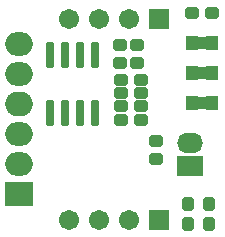
<source format=gbs>
G04*
G04 #@! TF.GenerationSoftware,Altium Limited,Altium Designer,21.9.2 (33)*
G04*
G04 Layer_Color=16711935*
%FSLAX44Y44*%
%MOMM*%
G71*
G04*
G04 #@! TF.SameCoordinates,8D6B135D-26D1-4348-B727-2CCB693FEEA9*
G04*
G04*
G04 #@! TF.FilePolarity,Negative*
G04*
G01*
G75*
G04:AMPARAMS|DCode=27|XSize=1.0032mm|YSize=1.1032mm|CornerRadius=0.1616mm|HoleSize=0mm|Usage=FLASHONLY|Rotation=270.000|XOffset=0mm|YOffset=0mm|HoleType=Round|Shape=RoundedRectangle|*
%AMROUNDEDRECTD27*
21,1,1.0032,0.7800,0,0,270.0*
21,1,0.6800,1.1032,0,0,270.0*
1,1,0.3232,-0.3900,-0.3400*
1,1,0.3232,-0.3900,0.3400*
1,1,0.3232,0.3900,0.3400*
1,1,0.3232,0.3900,-0.3400*
%
%ADD27ROUNDEDRECTD27*%
%ADD31R,1.1032X1.2032*%
%ADD36C,1.7032*%
%ADD37R,1.7032X1.7032*%
%ADD38O,2.3368X2.0828*%
%ADD39O,2.3368X2.0320*%
%ADD40R,2.3368X2.0320*%
%ADD41O,2.2032X1.7032*%
%ADD42R,2.2032X1.7032*%
G04:AMPARAMS|DCode=60|XSize=0.7366mm|YSize=2.1844mm|CornerRadius=0.1683mm|HoleSize=0mm|Usage=FLASHONLY|Rotation=180.000|XOffset=0mm|YOffset=0mm|HoleType=Round|Shape=RoundedRectangle|*
%AMROUNDEDRECTD60*
21,1,0.7366,1.8479,0,0,180.0*
21,1,0.4001,2.1844,0,0,180.0*
1,1,0.3366,-0.2000,0.9239*
1,1,0.3366,0.2000,0.9239*
1,1,0.3366,0.2000,-0.9239*
1,1,0.3366,-0.2000,-0.9239*
%
%ADD60ROUNDEDRECTD60*%
G04:AMPARAMS|DCode=61|XSize=1.1032mm|YSize=1.0032mm|CornerRadius=0.1616mm|HoleSize=0mm|Usage=FLASHONLY|Rotation=0.000|XOffset=0mm|YOffset=0mm|HoleType=Round|Shape=RoundedRectangle|*
%AMROUNDEDRECTD61*
21,1,1.1032,0.6800,0,0,0.0*
21,1,0.7800,1.0032,0,0,0.0*
1,1,0.3232,0.3900,-0.3400*
1,1,0.3232,-0.3900,-0.3400*
1,1,0.3232,-0.3900,0.3400*
1,1,0.3232,0.3900,0.3400*
%
%ADD61ROUNDEDRECTD61*%
G04:AMPARAMS|DCode=62|XSize=1.1032mm|YSize=1.0032mm|CornerRadius=0.1616mm|HoleSize=0mm|Usage=FLASHONLY|Rotation=90.000|XOffset=0mm|YOffset=0mm|HoleType=Round|Shape=RoundedRectangle|*
%AMROUNDEDRECTD62*
21,1,1.1032,0.6800,0,0,90.0*
21,1,0.7800,1.0032,0,0,90.0*
1,1,0.3232,0.3400,0.3900*
1,1,0.3232,0.3400,-0.3900*
1,1,0.3232,-0.3400,-0.3900*
1,1,0.3232,-0.3400,0.3900*
%
%ADD62ROUNDEDRECTD62*%
G36*
X175002Y108800D02*
X185002D01*
Y118800D01*
X175002D01*
Y108800D01*
D02*
G37*
G36*
Y134200D02*
X185002D01*
Y144200D01*
X175002D01*
Y134200D01*
D02*
G37*
G36*
Y159600D02*
X185002D01*
Y169600D01*
X175002D01*
Y159600D01*
D02*
G37*
D27*
X141000Y66500D02*
D03*
Y81500D02*
D03*
X125000Y147500D02*
D03*
Y162500D02*
D03*
X110000Y147500D02*
D03*
Y162500D02*
D03*
D31*
X171502Y113799D02*
D03*
X188503D02*
D03*
X171502Y164599D02*
D03*
X188503D02*
D03*
X171502Y139199D02*
D03*
X188503D02*
D03*
D36*
X117700Y15000D02*
D03*
X92300Y15000D02*
D03*
X66900D02*
D03*
X117700Y185000D02*
D03*
X92300Y185000D02*
D03*
X66900D02*
D03*
D37*
X143100Y15000D02*
D03*
Y185000D02*
D03*
D38*
X25000Y112700D02*
D03*
D39*
Y87300D02*
D03*
Y61900D02*
D03*
Y138100D02*
D03*
Y163500D02*
D03*
D40*
Y36500D02*
D03*
D41*
X170000Y80000D02*
D03*
D42*
Y60000D02*
D03*
D60*
X50949Y154639D02*
D03*
X63649D02*
D03*
X76349D02*
D03*
X89049D02*
D03*
Y105363D02*
D03*
X50949D02*
D03*
X63649D02*
D03*
X76349D02*
D03*
D61*
X128500Y122000D02*
D03*
X111500D02*
D03*
X171500Y190000D02*
D03*
X188500D02*
D03*
X111500Y99000D02*
D03*
X128500D02*
D03*
X111500Y111000D02*
D03*
X128500D02*
D03*
X111500Y133000D02*
D03*
X128500D02*
D03*
D62*
X186000Y28500D02*
D03*
Y11500D02*
D03*
X168000Y11500D02*
D03*
Y28500D02*
D03*
M02*

</source>
